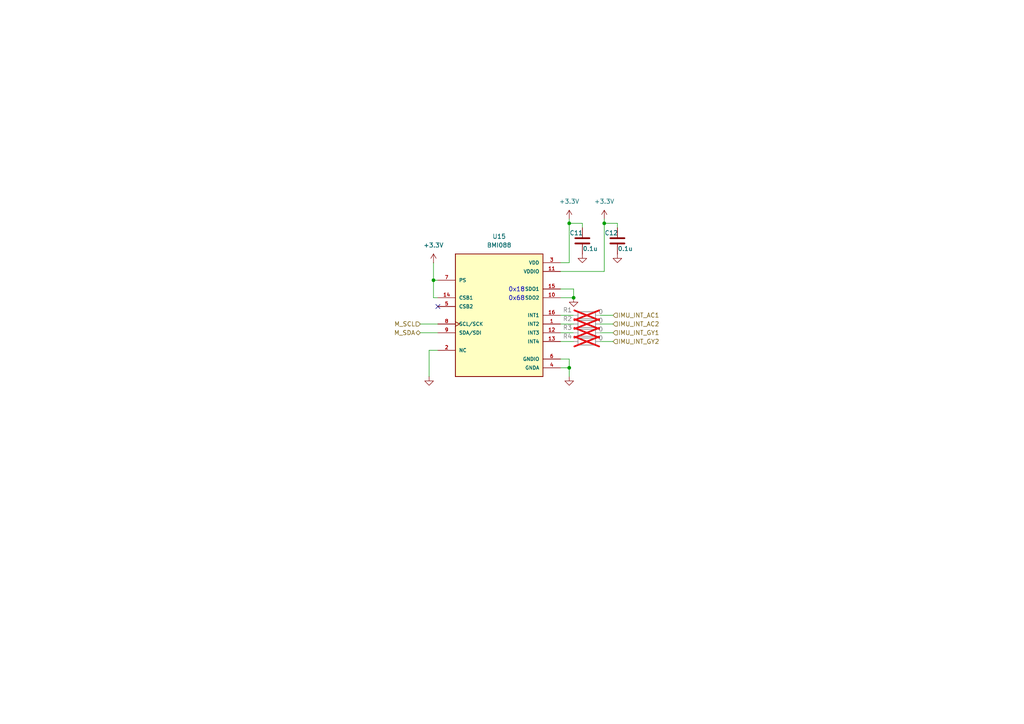
<source format=kicad_sch>
(kicad_sch (version 20231120) (generator "eeschema") (generator_version "8.0")
  (paper "A4")
  (title_block (date "2024-09-10") (rev "0") (company "Daniel Pérez"))
  (lib_symbols
    (symbol "BMI088:BMI088" (pin_names (offset 1.016))
      (property "Reference" "U" (at -12.7 18.415 0))
      (property "Value" "BMI088" (at -12.7 -20.32 0))
      (symbol "BMI088_0_0"
        (rectangle (start -12.7 -17.78) (end 12.7 17.78) (stroke (width 0.254)) (fill (type background)))
        (pin bidirectional line (at 17.78 -2.54 180) (length 5.08) (name "INT2") (number "1"))
        (pin output line (at 17.78 5.08 180) (length 5.08) (name "SDO2") (number "10"))
        (pin power_in line (at 17.78 12.7 180) (length 5.08) (name "VDDIO") (number "11"))
        (pin bidirectional line (at 17.78 -5.08 180) (length 5.08) (name "INT3") (number "12"))
        (pin bidirectional line (at 17.78 -7.62 180) (length 5.08) (name "INT4") (number "13"))
        (pin input line (at -17.78 5.08 0) (length 5.08) (name "CSB1") (number "14"))
        (pin output line (at 17.78 7.62 180) (length 5.08) (name "SDO1") (number "15"))
        (pin bidirectional line (at 17.78 0 180) (length 5.08) (name "INT1") (number "16"))
        (pin passive line (at -17.78 -10.16 0) (length 5.08) (name "NC") (number "2"))
        (pin power_in line (at 17.78 15.24 180) (length 5.08) (name "VDD") (number "3"))
        (pin power_in line (at 17.78 -15.24 180) (length 5.08) (name "GNDA") (number "4"))
        (pin input line (at -17.78 2.54 0) (length 5.08) (name "CSB2") (number "5"))
        (pin power_in line (at 17.78 -12.7 180) (length 5.08) (name "GNDIO") (number "6"))
        (pin input line (at -17.78 10.16 0) (length 5.08) (name "PS") (number "7"))
        (pin input clock (at -17.78 -2.54 0) (length 5.08) (name "SCL/SCK") (number "8"))
        (pin bidirectional line (at -17.78 -5.08 0) (length 5.08) (name "SDA/SDI") (number "9"))
      )
    )
    (symbol "Device:C" (pin_numbers hide) (pin_names (offset 0.254))
      (property "Reference" "C" (at 0.635 2.54 0))
      (property "Value" "C" (at 0.635 -2.54 0))
      (symbol "C_0_1"
        (polyline (pts (xy -2.032 -0.762) (xy 2.032 -0.762)) (stroke (width 0.508)))
        (polyline (pts (xy -2.032 0.762) (xy 2.032 0.762)) (stroke (width 0.508)))
      )
      (symbol "C_1_1"
        (pin passive line (at 0 3.81 270) (length 2.794) (name "~") (number "1"))
        (pin passive line (at 0 -3.81 90) (length 2.794) (name "~") (number "2"))
      )
    )
    (symbol "Device:R" (pin_numbers hide) (pin_names (offset 0))
      (property "Reference" "R" (at 2.032 0 90))
      (property "Value" "R" (at 0 0 90))
      (symbol "R_0_1"
        (rectangle (start -1.016 -2.54) (end 1.016 2.54) (stroke (width 0.254)))
      )
      (symbol "R_1_1"
        (pin passive line (at 0 3.81 270) (length 1.27) (name "~") (number "1"))
        (pin passive line (at 0 -3.81 90) (length 1.27) (name "~") (number "2"))
      )
    )
    (symbol "power:+3.3V" (power) (pin_numbers hide) (pin_names (offset 0) hide)
      (property "Value" "+3.3V" (at 0 3.556 0))
      (symbol "+3.3V_0_1"
        (polyline (pts (xy -0.762 1.27) (xy 0 2.54)))
        (polyline (pts (xy 0 0) (xy 0 2.54)))
        (polyline (pts (xy 0 2.54) (xy 0.762 1.27)))
      )
      (symbol "+3.3V_1_1"
        (pin power_in line (at 0 0 90) (length 0) (name "~") (number "1"))
      )
    )
    (symbol "power:GND" (power) (pin_numbers hide) (pin_names (offset 0) hide)
      (property "Value" "GND" (at 0 -3.81 0))
      (symbol "GND_0_1"
        (polyline (pts (xy 0 0) (xy 0 -1.27) (xy 1.27 -1.27) (xy 0 -2.54) (xy -1.27 -1.27) (xy 0 -1.27)))
      )
      (symbol "GND_1_1"
        (pin power_in line (at 0 0 270) (length 0) (name "~") (number "1"))
      )
    )
  )
  (junction (at 165.1 106.68))
  (junction (at 125.73 81.28))
  (junction (at 175.26 64.77))
  (junction (at 165.1 64.77))
  (junction (at 166.37 86.36))
  (no_connect (at 127 88.9))
  (wire (pts (xy 125.73 86.36) (xy 125.73 81.28)))
  (wire (pts (xy 162.56 106.68) (xy 165.1 106.68)))
  (wire (pts (xy 168.91 66.04) (xy 168.91 64.77)))
  (wire (pts (xy 166.37 83.82) (xy 162.56 83.82)))
  (wire (pts (xy 121.92 96.52) (xy 127 96.52)))
  (wire (pts (xy 175.26 64.77) (xy 175.26 63.5)))
  (wire (pts (xy 165.1 104.14) (xy 165.1 106.68)))
  (wire (pts (xy 162.56 76.2) (xy 165.1 76.2)))
  (wire (pts (xy 127 86.36) (xy 125.73 86.36)))
  (wire (pts (xy 162.56 99.06) (xy 166.37 99.06)))
  (wire (pts (xy 162.56 86.36) (xy 166.37 86.36)))
  (wire (pts (xy 165.1 106.68) (xy 165.1 109.22)))
  (wire (pts (xy 127 101.6) (xy 124.46 101.6)))
  (wire (pts (xy 162.56 93.98) (xy 166.37 93.98)))
  (wire (pts (xy 121.92 93.98) (xy 127 93.98)))
  (wire (pts (xy 179.07 66.04) (xy 179.07 64.77)))
  (wire (pts (xy 162.56 96.52) (xy 166.37 96.52)))
  (wire (pts (xy 175.26 78.74) (xy 175.26 64.77)))
  (wire (pts (xy 125.73 76.2) (xy 125.73 81.28)))
  (wire (pts (xy 173.99 96.52) (xy 177.8 96.52)))
  (wire (pts (xy 162.56 91.44) (xy 166.37 91.44)))
  (wire (pts (xy 125.73 81.28) (xy 127 81.28)))
  (wire (pts (xy 179.07 64.77) (xy 175.26 64.77)))
  (wire (pts (xy 173.99 93.98) (xy 177.8 93.98)))
  (wire (pts (xy 162.56 104.14) (xy 165.1 104.14)))
  (wire (pts (xy 168.91 64.77) (xy 165.1 64.77)))
  (wire (pts (xy 173.99 91.44) (xy 177.8 91.44)))
  (wire (pts (xy 124.46 101.6) (xy 124.46 109.22)))
  (wire (pts (xy 173.99 99.06) (xy 177.8 99.06)))
  (wire (pts (xy 166.37 86.36) (xy 166.37 83.82)))
  (wire (pts (xy 162.56 78.74) (xy 175.26 78.74)))
  (wire (pts (xy 165.1 64.77) (xy 165.1 63.5)))
  (wire (pts (xy 165.1 76.2) (xy 165.1 64.77)))
  (text "0x18" (at 149.86 84.074 0) (effects (font (size 1.27 1.27))))
  (text "0x68" (at 149.86 86.614 0) (effects (font (size 1.27 1.27))))
  (hierarchical_label "IMU_INT_AC1" (shape input) (at 177.8 91.44 0))
  (hierarchical_label "M_SCL" (shape input) (at 121.92 93.98 180))
  (hierarchical_label "IMU_INT_AC2" (shape input) (at 177.8 93.98 0))
  (hierarchical_label "IMU_INT_GY1" (shape input) (at 177.8 96.52 0))
  (hierarchical_label "M_SDA" (shape bidirectional) (at 121.92 96.52 180))
  (hierarchical_label "IMU_INT_GY2" (shape input) (at 177.8 99.06 0))
  (symbol (lib_id "power:GND") (at 165.1 109.22 0) (unit 1)
    (property "Reference" "#PWR025" (effects (hide yes)))
    (property "Value" "GND" (effects (hide yes)))
    (property "Description" "Power symbol creates a global label with name \"GND\" , ground" (effects (hide yes)))
  )
  (symbol (lib_id "Device:C") (at 179.07 69.85 0) (unit 1)
    (property "Reference" "C12" (at 177.292 67.564 0))
    (property "Value" "0.1u" (at 181.356 72.136 0))
    (property "Footprint" "Capacitor_SMD:C_0805_2012Metric_Pad1.18x1.45mm_HandSolder" (effects (hide yes)))
    (property "Description" "Unpolarized capacitor" (effects (hide yes)))
  )
  (symbol (lib_id "Device:C") (at 168.91 69.85 0) (unit 1)
    (property "Reference" "C11" (at 167.132 67.564 0))
    (property "Value" "0.1u" (at 171.196 72.136 0))
    (property "Footprint" "Capacitor_SMD:C_0805_2012Metric_Pad1.18x1.45mm_HandSolder" (effects (hide yes)))
    (property "Description" "Unpolarized capacitor" (effects (hide yes)))
  )
  (symbol (lib_id "Device:R") (at 170.18 99.06 90) (unit 1) (in_bom no) (on_board no) (dnp yes)
    (property "Reference" "R4" (at 164.592 97.536 90))
    (property "Value" "0" (at 174.244 98.044 90))
    (property "Footprint" "Resistor_SMD:R_0805_2012Metric_Pad1.20x1.40mm_HandSolder" (effects (hide yes)))
    (property "Description" "Resistor" (effects (hide yes)))
  )
  (symbol (lib_id "power:GND") (at 124.46 109.22 0) (unit 1)
    (property "Reference" "#PWR028" (effects (hide yes)))
    (property "Value" "GND" (effects (hide yes)))
    (property "Description" "Power symbol creates a global label with name \"GND\" , ground" (effects (hide yes)))
  )
  (symbol (lib_id "Device:R") (at 170.18 96.52 90) (unit 1) (in_bom no) (on_board no) (dnp yes)
    (property "Reference" "R3" (at 164.592 94.996 90))
    (property "Value" "0" (at 174.244 95.504 90))
    (property "Footprint" "Resistor_SMD:R_0805_2012Metric_Pad1.20x1.40mm_HandSolder" (effects (hide yes)))
    (property "Description" "Resistor" (effects (hide yes)))
  )
  (symbol (lib_id "power:+3.3V") (at 165.1 63.5 0) (unit 1)
    (property "Reference" "#PWR026" (effects (hide yes)))
    (property "Value" "+3.3V" (at 165.1 58.42 0))
    (property "Description" "Power symbol creates a global label with name \"+3.3V\"" (effects (hide yes)))
  )
  (symbol (lib_id "Device:R") (at 170.18 93.98 90) (unit 1) (in_bom no) (on_board no) (dnp yes)
    (property "Reference" "R2" (at 164.592 92.456 90))
    (property "Value" "0" (at 174.244 92.964 90))
    (property "Footprint" "Resistor_SMD:R_0805_2012Metric_Pad1.20x1.40mm_HandSolder" (effects (hide yes)))
    (property "Description" "Resistor" (effects (hide yes)))
  )
  (symbol (lib_id "BMI088:BMI088") (at 144.78 91.44 0) (unit 1)
    (property "Reference" "U15" (at 144.78 68.58 0))
    (property "Value" "BMI088" (at 144.78 71.12 0))
    (property "Footprint" "BMI088:PQFN50P450X300X100-16N" (effects (hide yes)))
    (property "MF" "Bosch Sensortec" (effects (hide yes)))
    (property "PURCHASE-URL" "https://pricing.snapeda.com/search/part/BMI088/?ref=eda" (effects (hide yes)))
    (property "PACKAGE" "VFLGA-16 Bosch Sensortec" (effects (hide yes)))
    (property "PRICE" "None" (effects (hide yes)))
    (property "MP" "BMI088" (effects (hide yes)))
    (property "AVAILABILITY" "In Stock" (effects (hide yes)))
    (property "DESCRIPTION" "Accelerometer, Gyroscope, 6 Axis Sensor I²C, SPI Output" (effects (hide yes)))
  )
  (symbol (lib_id "power:GND") (at 166.37 86.36 0) (unit 1)
    (property "Reference" "#PWR032" (effects (hide yes)))
    (property "Value" "GND" (effects (hide yes)))
    (property "Description" "Power symbol creates a global label with name \"GND\" , ground" (effects (hide yes)))
  )
  (symbol (lib_id "Device:R") (at 170.18 91.44 90) (unit 1) (in_bom no) (on_board no) (dnp yes)
    (property "Reference" "R1" (at 164.592 89.916 90))
    (property "Value" "0" (at 174.244 90.424 90))
    (property "Footprint" "Resistor_SMD:R_0805_2012Metric_Pad1.20x1.40mm_HandSolder" (effects (hide yes)))
    (property "Description" "Resistor" (effects (hide yes)))
  )
  (symbol (lib_id "power:GND") (at 168.91 73.66 0) (unit 1)
    (property "Reference" "#PWR029" (effects (hide yes)))
    (property "Value" "GND" (effects (hide yes)))
    (property "Description" "Power symbol creates a global label with name \"GND\" , ground" (effects (hide yes)))
  )
  (symbol (lib_id "power:GND") (at 179.07 73.66 0) (unit 1)
    (property "Reference" "#PWR031" (effects (hide yes)))
    (property "Value" "GND" (effects (hide yes)))
    (property "Description" "Power symbol creates a global label with name \"GND\" , ground" (effects (hide yes)))
  )
  (symbol (lib_id "power:+3.3V") (at 175.26 63.5 0) (unit 1)
    (property "Reference" "#PWR030" (effects (hide yes)))
    (property "Value" "+3.3V" (at 175.26 58.42 0))
    (property "Description" "Power symbol creates a global label with name \"+3.3V\"" (effects (hide yes)))
  )
  (symbol (lib_id "power:+3.3V") (at 125.73 76.2 0) (unit 1)
    (property "Reference" "#PWR033" (effects (hide yes)))
    (property "Value" "+3.3V" (at 125.73 71.12 0))
    (property "Description" "Power symbol creates a global label with name \"+3.3V\"" (effects (hide yes)))
  )
)
</source>
